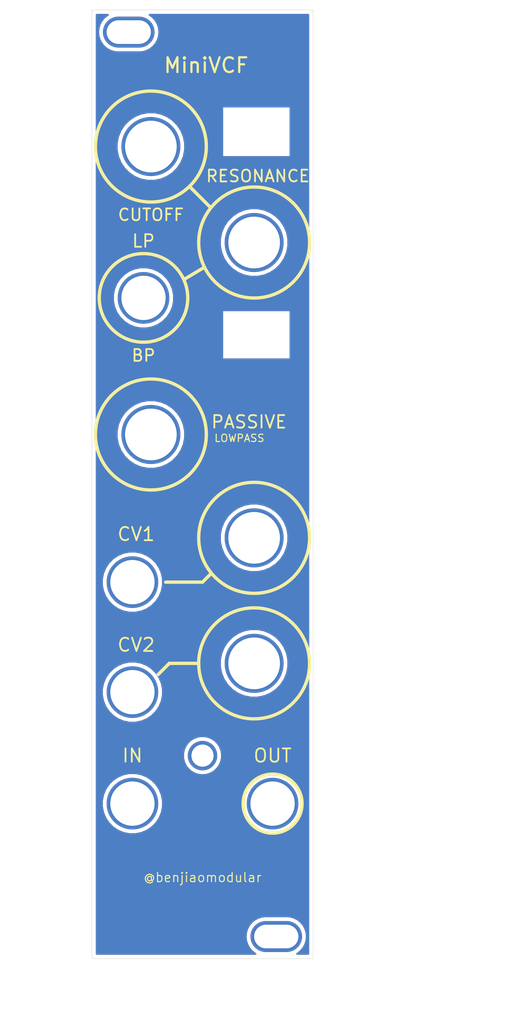
<source format=kicad_pcb>
(kicad_pcb (version 20171130) (host pcbnew 5.1.9+dfsg1-1~bpo10+1)

  (general
    (thickness 1.6)
    (drawings 146)
    (tracks 1)
    (zones 0)
    (modules 11)
    (nets 1)
  )

  (page A4)
  (layers
    (0 F.Cu signal)
    (31 B.Cu signal)
    (32 B.Adhes user)
    (33 F.Adhes user)
    (34 B.Paste user)
    (35 F.Paste user)
    (36 B.SilkS user)
    (37 F.SilkS user)
    (38 B.Mask user)
    (39 F.Mask user)
    (40 Dwgs.User user)
    (41 Cmts.User user)
    (42 Eco1.User user)
    (43 Eco2.User user)
    (44 Edge.Cuts user)
    (45 Margin user)
    (46 B.CrtYd user)
    (47 F.CrtYd user)
    (48 B.Fab user)
    (49 F.Fab user)
  )

  (setup
    (last_trace_width 0.25)
    (user_trace_width 0.45)
    (user_trace_width 0.65)
    (trace_clearance 0.2)
    (zone_clearance 0.508)
    (zone_45_only no)
    (trace_min 0.2)
    (via_size 0.8)
    (via_drill 0.4)
    (via_min_size 0.4)
    (via_min_drill 0.3)
    (uvia_size 0.3)
    (uvia_drill 0.1)
    (uvias_allowed no)
    (uvia_min_size 0.2)
    (uvia_min_drill 0.1)
    (edge_width 0.05)
    (segment_width 0.2)
    (pcb_text_width 0.3)
    (pcb_text_size 1.5 1.5)
    (mod_edge_width 0.12)
    (mod_text_size 1 1)
    (mod_text_width 0.15)
    (pad_size 1.524 1.524)
    (pad_drill 0.762)
    (pad_to_mask_clearance 0)
    (aux_axis_origin 0 0)
    (visible_elements FFFFFF7F)
    (pcbplotparams
      (layerselection 0x010fc_ffffffff)
      (usegerberextensions false)
      (usegerberattributes true)
      (usegerberadvancedattributes true)
      (creategerberjobfile true)
      (excludeedgelayer true)
      (linewidth 0.100000)
      (plotframeref false)
      (viasonmask false)
      (mode 1)
      (useauxorigin false)
      (hpglpennumber 1)
      (hpglpenspeed 20)
      (hpglpendiameter 15.000000)
      (psnegative false)
      (psa4output false)
      (plotreference true)
      (plotvalue true)
      (plotinvisibletext false)
      (padsonsilk false)
      (subtractmaskfromsilk false)
      (outputformat 1)
      (mirror false)
      (drillshape 0)
      (scaleselection 1)
      (outputdirectory "../MiniVCF v1.1/MiniVCF v1.1- Front/"))
  )

  (net 0 "")

  (net_class Default "This is the default net class."
    (clearance 0.2)
    (trace_width 0.25)
    (via_dia 0.8)
    (via_drill 0.4)
    (uvia_dia 0.3)
    (uvia_drill 0.1)
  )

  (module benjiaomodular:Panel_6HP (layer F.Cu) (tedit 61FE19F2) (tstamp 6203C4AD)
    (at 40 40)
    (fp_text reference REF** (at 0 1.5) (layer F.Fab)
      (effects (font (size 1 1) (thickness 0.15)))
    )
    (fp_text value Panel_6HP (at 0 -0.5) (layer F.Fab)
      (effects (font (size 1 1) (thickness 0.15)))
    )
    (fp_line (start 0 128.5) (end 0 0) (layer Dwgs.User) (width 0.12))
    (fp_line (start 30 128.5) (end 0 128.5) (layer Dwgs.User) (width 0.12))
    (fp_line (start 30 0) (end 30 128.5) (layer Dwgs.User) (width 0.12))
    (fp_line (start 0 0) (end 30 0) (layer Dwgs.User) (width 0.12))
    (fp_line (start 0 3) (end 30 3) (layer Dwgs.User) (width 0.12))
    (fp_line (start 0 125.5) (end 30 125.5) (layer Dwgs.User) (width 0.12))
    (fp_line (start 0 13) (end 30 13) (layer Dwgs.User) (width 0.12))
    (fp_line (start 0 115.5) (end 30 115.5) (layer Dwgs.User) (width 0.12))
    (fp_text user "Clearance for 2020 Aluminum Extrusion" (at 15 11.5) (layer Dwgs.User)
      (effects (font (size 0.8 0.8) (thickness 0.12)))
    )
    (pad "" thru_hole oval (at 25 125.5) (size 7 4.2) (drill oval 6 3.2) (layers *.Cu *.Mask))
    (pad "" thru_hole oval (at 5 3) (size 7 4.2) (drill oval 6 3.2) (layers *.Cu *.Mask))
  )

  (module benjiaomodular:PanelHole_ToggleSwitch_MTS-101 (layer F.Cu) (tedit 61FE19CA) (tstamp 62014D1A)
    (at 47 79 180)
    (fp_text reference REF** (at -2 -7.5) (layer F.Fab) hide
      (effects (font (size 1 1) (thickness 0.15)))
    )
    (fp_text value PanelHole_ToggleSwitch_MTS-101 (at 0 7.8) (layer F.Fab) hide
      (effects (font (size 1 1) (thickness 0.15)))
    )
    (fp_line (start 3.95 6.6) (end -3.95 6.6) (layer F.Fab) (width 0.12))
    (fp_line (start 3.95 -6.6) (end 3.95 6.6) (layer F.Fab) (width 0.12))
    (fp_line (start 3.95 -6.6) (end -3.95 -6.6) (layer F.Fab) (width 0.12))
    (fp_line (start -3.95 -6.6) (end -3.95 6.6) (layer F.Fab) (width 0.12))
    (pad "" thru_hole circle (at 0 0 90) (size 7 7) (drill 6) (layers *.Cu *.Mask))
  )

  (module benjiaomodular:PanelHole_Potentiometer_RV09 (layer F.Cu) (tedit 61FE199B) (tstamp 62014864)
    (at 45.5 105 90)
    (fp_text reference REF** (at 7.5 -6 90) (layer F.SilkS) hide
      (effects (font (size 1 1) (thickness 0.15)))
    )
    (fp_text value PanelHole_Potentiometer_RV09 (at 7.5 11 90) (layer F.Fab) hide
      (effects (font (size 1 1) (thickness 0.15)))
    )
    (fp_line (start 1 7.25) (end 1 -2.25) (layer F.Fab) (width 0.1))
    (fp_line (start -1.15 8.91) (end 12.6 8.91) (layer F.CrtYd) (width 0.05))
    (fp_line (start 12.6 -3.91) (end -1.15 -3.91) (layer F.CrtYd) (width 0.05))
    (fp_circle (center 7.5 2.5) (end 7.5 -1) (layer F.Fab) (width 0.1))
    (fp_line (start 1 -2.25) (end 12.35 -2.25) (layer F.Fab) (width 0.1))
    (fp_line (start 1 7.25) (end 12.35 7.25) (layer F.Fab) (width 0.1))
    (fp_line (start 12.6 8.91) (end 12.6 -3.91) (layer F.CrtYd) (width 0.05))
    (fp_line (start 12.35 7.25) (end 12.35 -2.25) (layer F.Fab) (width 0.1))
    (fp_line (start -1.15 -3.91) (end -1.15 8.91) (layer F.CrtYd) (width 0.05))
    (fp_circle (center 7.5 2.5) (end 15 2.5) (layer F.Fab) (width 0.12))
    (fp_line (start 0 -0.5) (end 0 0.5) (layer Dwgs.User) (width 0.12))
    (fp_line (start -0.5 0) (end 0.5 0) (layer Dwgs.User) (width 0.12))
    (fp_text user %R (at 7.62 2.54 90) (layer F.Fab)
      (effects (font (size 1 1) (thickness 0.15)))
    )
    (pad "" thru_hole circle (at 7.5 2.5 180) (size 8 8) (drill 7) (layers *.Cu *.Mask))
  )

  (module benjiaomodular:PanelHole_Potentiometer_RV09 (layer F.Cu) (tedit 61FE199B) (tstamp 62013F36)
    (at 59.5 79 90)
    (fp_text reference REF** (at 7.5 -6 90) (layer F.SilkS) hide
      (effects (font (size 1 1) (thickness 0.15)))
    )
    (fp_text value PanelHole_Potentiometer_RV09 (at 7.5 11 90) (layer F.Fab) hide
      (effects (font (size 1 1) (thickness 0.15)))
    )
    (fp_line (start -0.5 0) (end 0.5 0) (layer Dwgs.User) (width 0.12))
    (fp_line (start 0 -0.5) (end 0 0.5) (layer Dwgs.User) (width 0.12))
    (fp_circle (center 7.5 2.5) (end 15 2.5) (layer F.Fab) (width 0.12))
    (fp_line (start -1.15 -3.91) (end -1.15 8.91) (layer F.CrtYd) (width 0.05))
    (fp_line (start 12.35 7.25) (end 12.35 -2.25) (layer F.Fab) (width 0.1))
    (fp_line (start 12.6 8.91) (end 12.6 -3.91) (layer F.CrtYd) (width 0.05))
    (fp_line (start 1 7.25) (end 12.35 7.25) (layer F.Fab) (width 0.1))
    (fp_line (start 1 -2.25) (end 12.35 -2.25) (layer F.Fab) (width 0.1))
    (fp_circle (center 7.5 2.5) (end 7.5 -1) (layer F.Fab) (width 0.1))
    (fp_line (start 12.6 -3.91) (end -1.15 -3.91) (layer F.CrtYd) (width 0.05))
    (fp_line (start -1.15 8.91) (end 12.6 8.91) (layer F.CrtYd) (width 0.05))
    (fp_line (start 1 7.25) (end 1 -2.25) (layer F.Fab) (width 0.1))
    (fp_text user %R (at 7.62 2.54 90) (layer F.Fab)
      (effects (font (size 1 1) (thickness 0.15)))
    )
    (pad "" thru_hole circle (at 7.5 2.5 180) (size 8 8) (drill 7) (layers *.Cu *.Mask))
  )

  (module benjiaomodular:PanelHole_Potentiometer_RV09 (layer F.Cu) (tedit 61FE199B) (tstamp 6200A5BB)
    (at 45.5 66 90)
    (fp_text reference REF** (at 7.5 -6 90) (layer F.SilkS) hide
      (effects (font (size 1 1) (thickness 0.15)))
    )
    (fp_text value PanelHole_Potentiometer_RV09 (at 7.5 11 90) (layer F.Fab) hide
      (effects (font (size 1 1) (thickness 0.15)))
    )
    (fp_line (start 1 7.25) (end 1 -2.25) (layer F.Fab) (width 0.1))
    (fp_line (start -1.15 8.91) (end 12.6 8.91) (layer F.CrtYd) (width 0.05))
    (fp_line (start 12.6 -3.91) (end -1.15 -3.91) (layer F.CrtYd) (width 0.05))
    (fp_circle (center 7.5 2.5) (end 7.5 -1) (layer F.Fab) (width 0.1))
    (fp_line (start 1 -2.25) (end 12.35 -2.25) (layer F.Fab) (width 0.1))
    (fp_line (start 1 7.25) (end 12.35 7.25) (layer F.Fab) (width 0.1))
    (fp_line (start 12.6 8.91) (end 12.6 -3.91) (layer F.CrtYd) (width 0.05))
    (fp_line (start 12.35 7.25) (end 12.35 -2.25) (layer F.Fab) (width 0.1))
    (fp_line (start -1.15 -3.91) (end -1.15 8.91) (layer F.CrtYd) (width 0.05))
    (fp_circle (center 7.5 2.5) (end 15 2.5) (layer F.Fab) (width 0.12))
    (fp_line (start 0 -0.5) (end 0 0.5) (layer Dwgs.User) (width 0.12))
    (fp_line (start -0.5 0) (end 0.5 0) (layer Dwgs.User) (width 0.12))
    (fp_text user %R (at 7.62 2.54 90) (layer F.Fab)
      (effects (font (size 1 1) (thickness 0.15)))
    )
    (pad "" thru_hole circle (at 7.5 2.5 180) (size 8 8) (drill 7) (layers *.Cu *.Mask))
  )

  (module benjiaomodular:PanelHole_Potentiometer_RV09 (layer F.Cu) (tedit 61FE199B) (tstamp 620110D1)
    (at 59.5 119 90)
    (fp_text reference REF** (at 7.5 -6 90) (layer F.SilkS) hide
      (effects (font (size 1 1) (thickness 0.15)))
    )
    (fp_text value PanelHole_Potentiometer_RV09 (at 7.5 11 90) (layer F.Fab) hide
      (effects (font (size 1 1) (thickness 0.15)))
    )
    (fp_line (start -0.5 0) (end 0.5 0) (layer Dwgs.User) (width 0.12))
    (fp_line (start 0 -0.5) (end 0 0.5) (layer Dwgs.User) (width 0.12))
    (fp_circle (center 7.5 2.5) (end 15 2.5) (layer F.Fab) (width 0.12))
    (fp_line (start -1.15 -3.91) (end -1.15 8.91) (layer F.CrtYd) (width 0.05))
    (fp_line (start 12.35 7.25) (end 12.35 -2.25) (layer F.Fab) (width 0.1))
    (fp_line (start 12.6 8.91) (end 12.6 -3.91) (layer F.CrtYd) (width 0.05))
    (fp_line (start 1 7.25) (end 12.35 7.25) (layer F.Fab) (width 0.1))
    (fp_line (start 1 -2.25) (end 12.35 -2.25) (layer F.Fab) (width 0.1))
    (fp_circle (center 7.5 2.5) (end 7.5 -1) (layer F.Fab) (width 0.1))
    (fp_line (start 12.6 -3.91) (end -1.15 -3.91) (layer F.CrtYd) (width 0.05))
    (fp_line (start -1.15 8.91) (end 12.6 8.91) (layer F.CrtYd) (width 0.05))
    (fp_line (start 1 7.25) (end 1 -2.25) (layer F.Fab) (width 0.1))
    (fp_text user %R (at 7.62 2.54 90) (layer F.Fab)
      (effects (font (size 1 1) (thickness 0.15)))
    )
    (pad "" thru_hole circle (at 7.5 2.5 180) (size 8 8) (drill 7) (layers *.Cu *.Mask))
  )

  (module benjiaomodular:PanelHole_Potentiometer_RV09 (layer F.Cu) (tedit 61FE199B) (tstamp 62011059)
    (at 59.5 136 90)
    (fp_text reference REF** (at 7.5 -6 90) (layer F.SilkS) hide
      (effects (font (size 1 1) (thickness 0.15)))
    )
    (fp_text value PanelHole_Potentiometer_RV09 (at 7.5 11 90) (layer F.Fab) hide
      (effects (font (size 1 1) (thickness 0.15)))
    )
    (fp_line (start -0.5 0) (end 0.5 0) (layer Dwgs.User) (width 0.12))
    (fp_line (start 0 -0.5) (end 0 0.5) (layer Dwgs.User) (width 0.12))
    (fp_circle (center 7.5 2.5) (end 15 2.5) (layer F.Fab) (width 0.12))
    (fp_line (start -1.15 -3.91) (end -1.15 8.91) (layer F.CrtYd) (width 0.05))
    (fp_line (start 12.35 7.25) (end 12.35 -2.25) (layer F.Fab) (width 0.1))
    (fp_line (start 12.6 8.91) (end 12.6 -3.91) (layer F.CrtYd) (width 0.05))
    (fp_line (start 1 7.25) (end 12.35 7.25) (layer F.Fab) (width 0.1))
    (fp_line (start 1 -2.25) (end 12.35 -2.25) (layer F.Fab) (width 0.1))
    (fp_circle (center 7.5 2.5) (end 7.5 -1) (layer F.Fab) (width 0.1))
    (fp_line (start 12.6 -3.91) (end -1.15 -3.91) (layer F.CrtYd) (width 0.05))
    (fp_line (start -1.15 8.91) (end 12.6 8.91) (layer F.CrtYd) (width 0.05))
    (fp_line (start 1 7.25) (end 1 -2.25) (layer F.Fab) (width 0.1))
    (fp_text user %R (at 7.62 2.54 90) (layer F.Fab)
      (effects (font (size 1 1) (thickness 0.15)))
    )
    (pad "" thru_hole circle (at 7.5 2.5 180) (size 8 8) (drill 7) (layers *.Cu *.Mask))
  )

  (module benjiaomodular:PanelHole_AudioJack_3.5mm (layer F.Cu) (tedit 61D861E6) (tstamp 620107F4)
    (at 45.5 111)
    (fp_text reference REF** (at 0 0.5) (layer F.Fab) hide
      (effects (font (size 1 1) (thickness 0.15)))
    )
    (fp_text value PanelHole_AudioJack_3.5mm (at 0 14) (layer F.Fab) hide
      (effects (font (size 1 1) (thickness 0.15)))
    )
    (fp_line (start -4.5 12.48) (end -4.5 2.08) (layer F.Fab) (width 0.1))
    (fp_line (start 4.5 12.48) (end -4.5 12.48) (layer F.Fab) (width 0.1))
    (fp_line (start 5 12.98) (end -5 12.98) (layer F.CrtYd) (width 0.05))
    (fp_line (start 0 0) (end 0 2.03) (layer F.Fab) (width 0.1))
    (fp_line (start 5 -1.42) (end -5 -1.42) (layer F.CrtYd) (width 0.05))
    (fp_line (start 4.5 2.03) (end -4.5 2.03) (layer F.Fab) (width 0.1))
    (fp_line (start -5 12.98) (end -5 -1.42) (layer F.CrtYd) (width 0.05))
    (fp_line (start 4.5 12.48) (end 4.5 2.08) (layer F.Fab) (width 0.1))
    (fp_line (start 5 12.98) (end 5 -1.42) (layer F.CrtYd) (width 0.05))
    (fp_circle (center 0 6.5) (end 4 6.5) (layer F.Fab) (width 0.12))
    (pad "" thru_hole circle (at 0 6.5 180) (size 7 7) (drill 6) (layers *.Cu *.Mask))
  )

  (module benjiaomodular:PanelHole_AudioJack_3.5mm (layer F.Cu) (tedit 61D861E6) (tstamp 6201078C)
    (at 45.5 125.9)
    (fp_text reference REF** (at 0 0.5) (layer F.Fab) hide
      (effects (font (size 1 1) (thickness 0.15)))
    )
    (fp_text value PanelHole_AudioJack_3.5mm (at 0 14) (layer F.Fab) hide
      (effects (font (size 1 1) (thickness 0.15)))
    )
    (fp_circle (center 0 6.5) (end 4 6.5) (layer F.Fab) (width 0.12))
    (fp_line (start 5 12.98) (end 5 -1.42) (layer F.CrtYd) (width 0.05))
    (fp_line (start 4.5 12.48) (end 4.5 2.08) (layer F.Fab) (width 0.1))
    (fp_line (start -5 12.98) (end -5 -1.42) (layer F.CrtYd) (width 0.05))
    (fp_line (start 4.5 2.03) (end -4.5 2.03) (layer F.Fab) (width 0.1))
    (fp_line (start 5 -1.42) (end -5 -1.42) (layer F.CrtYd) (width 0.05))
    (fp_line (start 0 0) (end 0 2.03) (layer F.Fab) (width 0.1))
    (fp_line (start 5 12.98) (end -5 12.98) (layer F.CrtYd) (width 0.05))
    (fp_line (start 4.5 12.48) (end -4.5 12.48) (layer F.Fab) (width 0.1))
    (fp_line (start -4.5 12.48) (end -4.5 2.08) (layer F.Fab) (width 0.1))
    (pad "" thru_hole circle (at 0 6.5 180) (size 7 7) (drill 6) (layers *.Cu *.Mask))
  )

  (module benjiaomodular:PanelHole_AudioJack_3.5mm (layer F.Cu) (tedit 61D861E6) (tstamp 62010705)
    (at 45.5 141)
    (fp_text reference REF** (at 0 0.5) (layer F.Fab) hide
      (effects (font (size 1 1) (thickness 0.15)))
    )
    (fp_text value PanelHole_AudioJack_3.5mm (at 0 14) (layer F.Fab) hide
      (effects (font (size 1 1) (thickness 0.15)))
    )
    (fp_line (start -4.5 12.48) (end -4.5 2.08) (layer F.Fab) (width 0.1))
    (fp_line (start 4.5 12.48) (end -4.5 12.48) (layer F.Fab) (width 0.1))
    (fp_line (start 5 12.98) (end -5 12.98) (layer F.CrtYd) (width 0.05))
    (fp_line (start 0 0) (end 0 2.03) (layer F.Fab) (width 0.1))
    (fp_line (start 5 -1.42) (end -5 -1.42) (layer F.CrtYd) (width 0.05))
    (fp_line (start 4.5 2.03) (end -4.5 2.03) (layer F.Fab) (width 0.1))
    (fp_line (start -5 12.98) (end -5 -1.42) (layer F.CrtYd) (width 0.05))
    (fp_line (start 4.5 12.48) (end 4.5 2.08) (layer F.Fab) (width 0.1))
    (fp_line (start 5 12.98) (end 5 -1.42) (layer F.CrtYd) (width 0.05))
    (fp_circle (center 0 6.5) (end 4 6.5) (layer F.Fab) (width 0.12))
    (pad "" thru_hole circle (at 0 6.5 180) (size 7 7) (drill 6) (layers *.Cu *.Mask))
  )

  (module benjiaomodular:PanelHole_AudioJack_3.5mm (layer F.Cu) (tedit 61D861E6) (tstamp 62010633)
    (at 64.5 141)
    (fp_text reference REF** (at 0 0.5) (layer F.Fab) hide
      (effects (font (size 1 1) (thickness 0.15)))
    )
    (fp_text value PanelHole_AudioJack_3.5mm (at 0 14) (layer F.Fab) hide
      (effects (font (size 1 1) (thickness 0.15)))
    )
    (fp_circle (center 0 6.5) (end 4 6.5) (layer F.Fab) (width 0.12))
    (fp_line (start 5 12.98) (end 5 -1.42) (layer F.CrtYd) (width 0.05))
    (fp_line (start 4.5 12.48) (end 4.5 2.08) (layer F.Fab) (width 0.1))
    (fp_line (start -5 12.98) (end -5 -1.42) (layer F.CrtYd) (width 0.05))
    (fp_line (start 4.5 2.03) (end -4.5 2.03) (layer F.Fab) (width 0.1))
    (fp_line (start 5 -1.42) (end -5 -1.42) (layer F.CrtYd) (width 0.05))
    (fp_line (start 0 0) (end 0 2.03) (layer F.Fab) (width 0.1))
    (fp_line (start 5 12.98) (end -5 12.98) (layer F.CrtYd) (width 0.05))
    (fp_line (start 4.5 12.48) (end -4.5 12.48) (layer F.Fab) (width 0.1))
    (fp_line (start -4.5 12.48) (end -4.5 2.08) (layer F.Fab) (width 0.1))
    (pad "" thru_hole circle (at 0 6.5 180) (size 7 7) (drill 6) (layers *.Cu *.Mask))
  )

  (dimension 14.500014 (width 0.15) (layer Dwgs.User)
    (gr_text "14.500 mm" (at 31.20845 148.173032 89.92097139) (layer Dwgs.User)
      (effects (font (size 1 1) (thickness 0.15)))
    )
    (feature1 (pts (xy 87 155.5) (xy 31.912029 155.424017)))
    (feature2 (pts (xy 87.02 141) (xy 31.932029 140.924017)))
    (crossbar (pts (xy 32.518449 140.924825) (xy 32.498449 155.424825)))
    (arrow1a (pts (xy 32.498449 155.424825) (xy 31.913583 154.297513)))
    (arrow1b (pts (xy 32.498449 155.424825) (xy 33.086423 154.299131)))
    (arrow2a (pts (xy 32.518449 140.924825) (xy 31.930475 142.050519)))
    (arrow2b (pts (xy 32.518449 140.924825) (xy 33.103315 142.052137)))
  )
  (dimension 15 (width 0.15) (layer Dwgs.User)
    (gr_text "15.000 mm" (at 47.5 172.5) (layer Dwgs.User)
      (effects (font (size 1 1) (thickness 0.15)))
    )
    (feature1 (pts (xy 40 141) (xy 40 171.786421)))
    (feature2 (pts (xy 55 141) (xy 55 171.786421)))
    (crossbar (pts (xy 55 171.2) (xy 40 171.2)))
    (arrow1a (pts (xy 40 171.2) (xy 41.126504 170.613579)))
    (arrow1b (pts (xy 40 171.2) (xy 41.126504 171.786421)))
    (arrow2a (pts (xy 55 171.2) (xy 53.873496 170.613579)))
    (arrow2b (pts (xy 55 171.2) (xy 53.873496 171.786421)))
  )
  (dimension 5.5 (width 0.15) (layer Dwgs.User)
    (gr_text "5.500 mm" (at 67.25 158) (layer Dwgs.User)
      (effects (font (size 1 1) (thickness 0.15)))
    )
    (feature1 (pts (xy 70 147.5) (xy 70 157.286421)))
    (feature2 (pts (xy 64.5 147.5) (xy 64.5 157.286421)))
    (crossbar (pts (xy 64.5 156.7) (xy 70 156.7)))
    (arrow1a (pts (xy 70 156.7) (xy 68.873496 157.286421)))
    (arrow1b (pts (xy 70 156.7) (xy 68.873496 156.113579)))
    (arrow2a (pts (xy 64.5 156.7) (xy 65.626504 157.286421)))
    (arrow2b (pts (xy 64.5 156.7) (xy 65.626504 156.113579)))
  )
  (dimension 10.5 (width 0.15) (layer Dwgs.User)
    (gr_text "10.500 mm" (at 64.75 138.1) (layer Dwgs.User)
      (effects (font (size 1 1) (thickness 0.15)))
    )
    (feature1 (pts (xy 70 119) (xy 70 137.386421)))
    (feature2 (pts (xy 59.5 119) (xy 59.5 137.386421)))
    (crossbar (pts (xy 59.5 136.8) (xy 70 136.8)))
    (arrow1a (pts (xy 70 136.8) (xy 68.873496 137.386421)))
    (arrow1b (pts (xy 70 136.8) (xy 68.873496 136.213579)))
    (arrow2a (pts (xy 59.5 136.8) (xy 60.626504 137.386421)))
    (arrow2b (pts (xy 59.5 136.8) (xy 60.626504 136.213579)))
  )
  (dimension 7 (width 0.15) (layer Dwgs.User)
    (gr_text "7.000 mm" (at 43.5 87.8) (layer Dwgs.User)
      (effects (font (size 1 1) (thickness 0.15)))
    )
    (feature1 (pts (xy 47 79) (xy 47 87.086421)))
    (feature2 (pts (xy 40 79) (xy 40 87.086421)))
    (crossbar (pts (xy 40 86.5) (xy 47 86.5)))
    (arrow1a (pts (xy 47 86.5) (xy 45.873496 87.086421)))
    (arrow1b (pts (xy 47 86.5) (xy 45.873496 85.913579)))
    (arrow2a (pts (xy 40 86.5) (xy 41.126504 87.086421)))
    (arrow2b (pts (xy 40 86.5) (xy 41.126504 85.913579)))
  )
  (dimension 5.5 (width 0.15) (layer Dwgs.User)
    (gr_text "5.500 mm" (at 74.75 163.8) (layer Dwgs.User)
      (effects (font (size 1 1) (thickness 0.15)))
    )
    (feature1 (pts (xy 72 66) (xy 72 163.086421)))
    (feature2 (pts (xy 77.5 66) (xy 77.5 163.086421)))
    (crossbar (pts (xy 77.5 162.5) (xy 72 162.5)))
    (arrow1a (pts (xy 72 162.5) (xy 73.126504 161.913579)))
    (arrow1b (pts (xy 72 162.5) (xy 73.126504 163.086421)))
    (arrow2a (pts (xy 77.5 162.5) (xy 76.373496 161.913579)))
    (arrow2b (pts (xy 77.5 162.5) (xy 76.373496 163.086421)))
  )
  (dimension 5.5 (width 0.15) (layer Dwgs.User)
    (gr_text "5.500 mm" (at 42.75 178) (layer Dwgs.User)
      (effects (font (size 1 1) (thickness 0.15)))
    )
    (feature1 (pts (xy 40 66) (xy 40 177.286421)))
    (feature2 (pts (xy 45.5 66) (xy 45.5 177.286421)))
    (crossbar (pts (xy 45.5 176.7) (xy 40 176.7)))
    (arrow1a (pts (xy 40 176.7) (xy 41.126504 176.113579)))
    (arrow1b (pts (xy 40 176.7) (xy 41.126504 177.286421)))
    (arrow2a (pts (xy 45.5 176.7) (xy 44.373496 176.113579)))
    (arrow2b (pts (xy 45.5 176.7) (xy 44.373496 177.286421)))
  )
  (gr_line (start 45.5 117.5) (end 78 117.48) (layer Dwgs.User) (width 0.15))
  (gr_line (start 45.5 132.5) (end 78 132.48) (layer Dwgs.User) (width 0.15))
  (gr_line (start 45.5 147.5) (end 96.5 147.48) (layer Dwgs.User) (width 0.15))
  (gr_line (start 59.5 136) (end 91 136) (layer Dwgs.User) (width 0.15))
  (gr_line (start 59.5 119) (end 91 119) (layer Dwgs.User) (width 0.15))
  (gr_line (start 45.5 105) (end 77.5 105) (layer Dwgs.User) (width 0.15))
  (gr_line (start 47 79) (end 91 79) (layer Dwgs.User) (width 0.15))
  (gr_line (start 45.5 66) (end 78 66) (layer Dwgs.User) (width 0.15))
  (gr_circle (center 47 79) (end 53.5 79) (layer Dwgs.User) (width 0.15))
  (gr_circle (center 64.5 147.5) (end 68.5 147.5) (layer F.SilkS) (width 0.45))
  (gr_line (start 53.34 64.008) (end 56.134 66.802) (layer F.SilkS) (width 0.45))
  (gr_line (start 55.118 74.93) (end 52.578 76.454) (layer F.SilkS) (width 0.45))
  (gr_text LOWPASS (at 60 98) (layer F.SilkS)
    (effects (font (size 1 1) (thickness 0.15)))
  )
  (gr_text PASSIVE (at 61.3 95.8) (layer F.SilkS)
    (effects (font (size 1.7 1.7) (thickness 0.24)))
  )
  (gr_line (start 66.5 87) (end 58 87) (layer B.Mask) (width 0.15))
  (gr_line (start 66.5 86.5) (end 66.5 87) (layer B.Mask) (width 0.15))
  (gr_line (start 58 86.5) (end 66.5 86.5) (layer B.Mask) (width 0.15))
  (gr_line (start 58 86) (end 58 86.5) (layer B.Mask) (width 0.15))
  (gr_line (start 66.5 86) (end 58 86) (layer B.Mask) (width 0.15))
  (gr_line (start 66.5 85.5) (end 66.5 86) (layer B.Mask) (width 0.15))
  (gr_line (start 58 85.5) (end 66.5 85.5) (layer B.Mask) (width 0.15))
  (gr_line (start 58 85) (end 58 85.5) (layer B.Mask) (width 0.15))
  (gr_line (start 66.5 85) (end 58 85) (layer B.Mask) (width 0.15))
  (gr_line (start 66.5 84.5) (end 66.5 85) (layer B.Mask) (width 0.15))
  (gr_line (start 58 84.5) (end 66.5 84.5) (layer B.Mask) (width 0.15))
  (gr_line (start 58 84) (end 58 84.5) (layer B.Mask) (width 0.15))
  (gr_line (start 66.5 84) (end 58 84) (layer B.Mask) (width 0.15))
  (gr_line (start 66.5 83.5) (end 66.5 84) (layer B.Mask) (width 0.15))
  (gr_line (start 58 83.5) (end 66.5 83.5) (layer B.Mask) (width 0.15))
  (gr_line (start 58 83) (end 58 83.5) (layer B.Mask) (width 0.15))
  (gr_line (start 66.5 83) (end 58 83) (layer B.Mask) (width 0.15))
  (gr_line (start 66.5 82.5) (end 66.5 83) (layer B.Mask) (width 0.15))
  (gr_line (start 58 82.5) (end 66.5 82.5) (layer B.Mask) (width 0.15))
  (gr_line (start 58 82) (end 58 82.5) (layer B.Mask) (width 0.15))
  (gr_line (start 66.5 82) (end 58 82) (layer B.Mask) (width 0.15))
  (gr_line (start 66.5 81.5) (end 66.5 82) (layer B.Mask) (width 0.15))
  (gr_line (start 58 81.5) (end 66.5 81.5) (layer B.Mask) (width 0.15))
  (gr_line (start 58 81) (end 58 81.5) (layer B.Mask) (width 0.15))
  (gr_line (start 66.5 81) (end 58 81) (layer B.Mask) (width 0.15))
  (gr_line (start 66.5 59.5) (end 58 59.5) (layer B.Mask) (width 0.15))
  (gr_line (start 66.5 59) (end 66.5 59.5) (layer B.Mask) (width 0.15))
  (gr_line (start 58 59) (end 66.5 59) (layer B.Mask) (width 0.15))
  (gr_line (start 58 58.5) (end 58 59) (layer B.Mask) (width 0.15))
  (gr_line (start 66.5 58.5) (end 58 58.5) (layer B.Mask) (width 0.15))
  (gr_line (start 66.5 58) (end 66.5 58.5) (layer B.Mask) (width 0.15))
  (gr_line (start 58 58) (end 66.5 58) (layer B.Mask) (width 0.15))
  (gr_line (start 58 57.5) (end 58 58) (layer B.Mask) (width 0.15))
  (gr_line (start 66.5 57.5) (end 58 57.5) (layer B.Mask) (width 0.15))
  (gr_line (start 66.5 57) (end 66.5 57.5) (layer B.Mask) (width 0.15))
  (gr_line (start 58 57) (end 66.5 57) (layer B.Mask) (width 0.15))
  (gr_line (start 58 56.5) (end 58 57) (layer B.Mask) (width 0.15))
  (gr_line (start 66.5 56.5) (end 58 56.5) (layer B.Mask) (width 0.15))
  (gr_line (start 66.5 56) (end 66.5 56.5) (layer B.Mask) (width 0.15))
  (gr_line (start 58 56) (end 66.5 56) (layer B.Mask) (width 0.15))
  (gr_line (start 58 55.5) (end 58 56) (layer B.Mask) (width 0.15))
  (gr_line (start 66.5 55.5) (end 58 55.5) (layer B.Mask) (width 0.15))
  (gr_line (start 66.5 55) (end 66.5 55.5) (layer B.Mask) (width 0.15))
  (gr_line (start 58 55) (end 66.5 55) (layer B.Mask) (width 0.15))
  (gr_line (start 58 54.5) (end 58 55) (layer B.Mask) (width 0.15))
  (gr_line (start 66.5 54.5) (end 58 54.5) (layer B.Mask) (width 0.15))
  (gr_line (start 66.5 54) (end 66.5 54.5) (layer B.Mask) (width 0.15))
  (gr_line (start 58 54) (end 66.5 54) (layer B.Mask) (width 0.15))
  (gr_line (start 58 53.5) (end 58 54) (layer B.Mask) (width 0.15))
  (gr_line (start 66.5 53.5) (end 58 53.5) (layer B.Mask) (width 0.15))
  (gr_text @benjiaomodular (at 55 157.5) (layer F.SilkS)
    (effects (font (size 1.25 1.25) (thickness 0.15)))
  )
  (gr_line (start 66.5 86.5) (end 58 86.5) (layer F.Mask) (width 0.15) (tstamp 6201D83D))
  (gr_line (start 66.5 85.5) (end 58 85.5) (layer F.Mask) (width 0.15) (tstamp 6201D83C))
  (gr_line (start 58 84.5) (end 58 84) (layer F.Mask) (width 0.15) (tstamp 6201D83B))
  (gr_line (start 66.5 86) (end 66.5 85.5) (layer F.Mask) (width 0.15) (tstamp 6201D83A))
  (gr_line (start 58 85.5) (end 58 85) (layer F.Mask) (width 0.15) (tstamp 6201D839))
  (gr_line (start 58 85) (end 66.5 85) (layer F.Mask) (width 0.15) (tstamp 6201D838))
  (gr_line (start 66.5 84) (end 66.5 83.5) (layer F.Mask) (width 0.15) (tstamp 6201D837))
  (gr_line (start 66.5 84.5) (end 58 84.5) (layer F.Mask) (width 0.15) (tstamp 6201D836))
  (gr_line (start 66.5 82) (end 66.5 81.5) (layer F.Mask) (width 0.15) (tstamp 6201D835))
  (gr_line (start 58 86) (end 66.5 86) (layer F.Mask) (width 0.15) (tstamp 6201D834))
  (gr_line (start 66.5 87) (end 66.5 86.5) (layer F.Mask) (width 0.15) (tstamp 6201D833))
  (gr_line (start 58 81.5) (end 58 81) (layer F.Mask) (width 0.15) (tstamp 6201D832))
  (gr_line (start 58 82) (end 66.5 82) (layer F.Mask) (width 0.15) (tstamp 6201D831))
  (gr_line (start 58 84) (end 66.5 84) (layer F.Mask) (width 0.15) (tstamp 6201D830))
  (gr_line (start 58 83) (end 66.5 83) (layer F.Mask) (width 0.15) (tstamp 6201D82F))
  (gr_line (start 58 83.5) (end 58 83) (layer F.Mask) (width 0.15) (tstamp 6201D82E))
  (gr_line (start 58 81) (end 66.5 81) (layer F.Mask) (width 0.15) (tstamp 6201D82D))
  (gr_line (start 58 82.5) (end 58 82) (layer F.Mask) (width 0.15) (tstamp 6201D82C))
  (gr_line (start 66.5 82.5) (end 58 82.5) (layer F.Mask) (width 0.15) (tstamp 6201D82B))
  (gr_line (start 66.5 83) (end 66.5 82.5) (layer F.Mask) (width 0.15) (tstamp 6201D82A))
  (gr_line (start 66.5 85) (end 66.5 84.5) (layer F.Mask) (width 0.15) (tstamp 6201D829))
  (gr_line (start 66.5 81.5) (end 58 81.5) (layer F.Mask) (width 0.15) (tstamp 6201D828))
  (gr_line (start 66.5 83.5) (end 58 83.5) (layer F.Mask) (width 0.15) (tstamp 6201D827))
  (gr_line (start 58 87) (end 66.5 87) (layer F.Mask) (width 0.15) (tstamp 6201D826))
  (gr_line (start 58 86.5) (end 58 86) (layer F.Mask) (width 0.15) (tstamp 6201D825))
  (gr_line (start 58 53.5) (end 66.5 53.5) (layer F.Mask) (width 0.15))
  (gr_line (start 58 54) (end 58 53.5) (layer F.Mask) (width 0.15))
  (gr_line (start 66.5 54) (end 58 54) (layer F.Mask) (width 0.15))
  (gr_line (start 66.5 54.5) (end 66.5 54) (layer F.Mask) (width 0.15))
  (gr_line (start 58 54.5) (end 66.5 54.5) (layer F.Mask) (width 0.15))
  (gr_line (start 58 55) (end 58 54.5) (layer F.Mask) (width 0.15))
  (gr_line (start 66.5 55) (end 58 55) (layer F.Mask) (width 0.15))
  (gr_line (start 66.5 55.5) (end 66.5 55) (layer F.Mask) (width 0.15))
  (gr_line (start 58 55.5) (end 66.5 55.5) (layer F.Mask) (width 0.15))
  (gr_line (start 58 56) (end 58 55.5) (layer F.Mask) (width 0.15))
  (gr_line (start 66.5 56) (end 58 56) (layer F.Mask) (width 0.15))
  (gr_line (start 66.5 56.5) (end 66.5 56) (layer F.Mask) (width 0.15))
  (gr_line (start 58 56.5) (end 66.5 56.5) (layer F.Mask) (width 0.15))
  (gr_line (start 58 57) (end 58 56.5) (layer F.Mask) (width 0.15))
  (gr_line (start 66.5 57) (end 58 57) (layer F.Mask) (width 0.15))
  (gr_line (start 66.5 57.5) (end 66.5 57) (layer F.Mask) (width 0.15))
  (gr_line (start 58 57.5) (end 66.5 57.5) (layer F.Mask) (width 0.15))
  (gr_line (start 58 58) (end 58 57.5) (layer F.Mask) (width 0.15))
  (gr_line (start 66.5 58) (end 58 58) (layer F.Mask) (width 0.15))
  (gr_line (start 66.5 58.5) (end 66.5 58) (layer F.Mask) (width 0.15))
  (gr_line (start 58 58.5) (end 66.5 58.5) (layer F.Mask) (width 0.15))
  (gr_line (start 58 59) (end 58 58.5) (layer F.Mask) (width 0.15))
  (gr_line (start 66.5 59) (end 58 59) (layer F.Mask) (width 0.15))
  (gr_line (start 66.5 59.5) (end 66.5 59) (layer F.Mask) (width 0.15))
  (gr_line (start 58 59.5) (end 66.5 59.5) (layer F.Mask) (width 0.15))
  (gr_text MiniVCF (at 55.5 47.5) (layer F.SilkS)
    (effects (font (size 2 2) (thickness 0.3)))
  )
  (dimension 7.5 (width 0.15) (layer Dwgs.User)
    (gr_text "7.500 mm" (at 73.8 43.75 270) (layer Dwgs.User)
      (effects (font (size 1 1) (thickness 0.15)))
    )
    (feature1 (pts (xy 40 47.5) (xy 73.086421 47.5)))
    (feature2 (pts (xy 40 40) (xy 73.086421 40)))
    (crossbar (pts (xy 72.5 40) (xy 72.5 47.5)))
    (arrow1a (pts (xy 72.5 47.5) (xy 71.913579 46.373496)))
    (arrow1b (pts (xy 72.5 47.5) (xy 73.086421 46.373496)))
    (arrow2a (pts (xy 72.5 40) (xy 71.913579 41.126504)))
    (arrow2b (pts (xy 72.5 40) (xy 73.086421 41.126504)))
  )
  (gr_text LP (at 47 71.3) (layer F.SilkS) (tstamp 62015093)
    (effects (font (size 1.7 1.7) (thickness 0.24)))
  )
  (gr_text BP (at 47 86.8) (layer F.SilkS) (tstamp 62015090)
    (effects (font (size 1.6 1.6) (thickness 0.24)))
  )
  (gr_circle (center 47 79) (end 53 79) (layer F.SilkS) (width 0.45))
  (gr_text RESONANCE (at 62.5 62.5) (layer F.SilkS) (tstamp 62014562)
    (effects (font (size 1.6 1.6) (thickness 0.24)))
  )
  (gr_text CUTOFF (at 48 67.75) (layer F.SilkS) (tstamp 6201455F)
    (effects (font (size 1.6 1.6) (thickness 0.24)))
  )
  (gr_circle (center 48 97.5) (end 55.516648 97.5) (layer F.SilkS) (width 0.45) (tstamp 62014252))
  (gr_circle (center 48 58.5) (end 55.516648 58.5) (layer F.SilkS) (width 0.45) (tstamp 62014250))
  (gr_circle (center 62 71.5) (end 69.516648 71.5) (layer F.SilkS) (width 0.45) (tstamp 6201424E))
  (gr_line (start 50.5 128.5) (end 49 130) (layer F.SilkS) (width 0.45))
  (gr_line (start 55 117.5) (end 56.1 116.4) (layer F.SilkS) (width 0.45))
  (gr_line (start 50 117.5) (end 55 117.5) (layer F.SilkS) (width 0.45))
  (gr_line (start 50.5 128.5) (end 54.483352 128.5) (layer F.SilkS) (width 0.45))
  (gr_circle (center 62 111.5) (end 69.516648 111.5) (layer F.SilkS) (width 0.45))
  (gr_circle (center 62 128.5) (end 69.516648 128.5) (layer F.SilkS) (width 0.45))
  (gr_line (start 70 40) (end 70 168.5) (layer Edge.Cuts) (width 0.05) (tstamp 62011A2D))
  (gr_line (start 40 168.5) (end 40 40) (layer Edge.Cuts) (width 0.05) (tstamp 62011740))
  (gr_line (start 70 168.5) (end 40 168.5) (layer Edge.Cuts) (width 0.05))
  (gr_line (start 40 40) (end 70 40) (layer Edge.Cuts) (width 0.05))
  (gr_text CV1 (at 46 111) (layer F.SilkS) (tstamp 62010BCE)
    (effects (font (size 1.8 1.8) (thickness 0.24)))
  )
  (gr_text CV2 (at 46 126) (layer F.SilkS) (tstamp 62010BCE)
    (effects (font (size 1.8 1.8) (thickness 0.24)))
  )
  (gr_text IN (at 45.5 141) (layer F.SilkS)
    (effects (font (size 1.8 1.8) (thickness 0.24)))
  )
  (gr_text OUT (at 64.5 141) (layer F.SilkS)
    (effects (font (size 1.8 1.8) (thickness 0.24)))
  )

  (via (at 55 141) (size 4) (drill 3) (layers F.Cu B.Cu) (net 0))

  (zone (net 0) (net_name "") (layer F.Cu) (tstamp 622B5AD9) (hatch edge 0.508)
    (connect_pads (clearance 0.508))
    (min_thickness 0.254)
    (fill yes (arc_segments 32) (thermal_gap 0.508) (thermal_bridge_width 0.508))
    (polygon
      (pts
        (xy 69.75 168.25) (xy 40.25 168.25) (xy 40.25 40.25) (xy 69.75 40.25)
      )
    )
    (filled_polygon
      (pts
        (xy 42.073164 40.714928) (xy 41.656706 41.056706) (xy 41.314928 41.473164) (xy 41.060964 41.948297) (xy 40.904574 42.463846)
        (xy 40.851767 43) (xy 40.904574 43.536154) (xy 41.060964 44.051703) (xy 41.314928 44.526836) (xy 41.656706 44.943294)
        (xy 42.073164 45.285072) (xy 42.548297 45.539036) (xy 43.063846 45.695426) (xy 43.465644 45.735) (xy 46.534356 45.735)
        (xy 46.936154 45.695426) (xy 47.451703 45.539036) (xy 47.926836 45.285072) (xy 48.343294 44.943294) (xy 48.685072 44.526836)
        (xy 48.939036 44.051703) (xy 49.095426 43.536154) (xy 49.148233 43) (xy 49.095426 42.463846) (xy 48.939036 41.948297)
        (xy 48.685072 41.473164) (xy 48.343294 41.056706) (xy 47.926836 40.714928) (xy 47.824073 40.66) (xy 69.34 40.66)
        (xy 69.340001 167.84) (xy 67.824073 167.84) (xy 67.926836 167.785072) (xy 68.343294 167.443294) (xy 68.685072 167.026836)
        (xy 68.939036 166.551703) (xy 69.095426 166.036154) (xy 69.148233 165.5) (xy 69.095426 164.963846) (xy 68.939036 164.448297)
        (xy 68.685072 163.973164) (xy 68.343294 163.556706) (xy 67.926836 163.214928) (xy 67.451703 162.960964) (xy 66.936154 162.804574)
        (xy 66.534356 162.765) (xy 63.465644 162.765) (xy 63.063846 162.804574) (xy 62.548297 162.960964) (xy 62.073164 163.214928)
        (xy 61.656706 163.556706) (xy 61.314928 163.973164) (xy 61.060964 164.448297) (xy 60.904574 164.963846) (xy 60.851767 165.5)
        (xy 60.904574 166.036154) (xy 61.060964 166.551703) (xy 61.314928 167.026836) (xy 61.656706 167.443294) (xy 62.073164 167.785072)
        (xy 62.175927 167.84) (xy 40.66 167.84) (xy 40.66 147.092738) (xy 41.365 147.092738) (xy 41.365 147.907262)
        (xy 41.523906 148.706135) (xy 41.835611 149.458657) (xy 42.288136 150.135909) (xy 42.864091 150.711864) (xy 43.541343 151.164389)
        (xy 44.293865 151.476094) (xy 45.092738 151.635) (xy 45.907262 151.635) (xy 46.706135 151.476094) (xy 47.458657 151.164389)
        (xy 48.135909 150.711864) (xy 48.711864 150.135909) (xy 49.164389 149.458657) (xy 49.476094 148.706135) (xy 49.635 147.907262)
        (xy 49.635 147.092738) (xy 60.365 147.092738) (xy 60.365 147.907262) (xy 60.523906 148.706135) (xy 60.835611 149.458657)
        (xy 61.288136 150.135909) (xy 61.864091 150.711864) (xy 62.541343 151.164389) (xy 63.293865 151.476094) (xy 64.092738 151.635)
        (xy 64.907262 151.635) (xy 65.706135 151.476094) (xy 66.458657 151.164389) (xy 67.135909 150.711864) (xy 67.711864 150.135909)
        (xy 68.164389 149.458657) (xy 68.476094 148.706135) (xy 68.635 147.907262) (xy 68.635 147.092738) (xy 68.476094 146.293865)
        (xy 68.164389 145.541343) (xy 67.711864 144.864091) (xy 67.135909 144.288136) (xy 66.458657 143.835611) (xy 65.706135 143.523906)
        (xy 64.907262 143.365) (xy 64.092738 143.365) (xy 63.293865 143.523906) (xy 62.541343 143.835611) (xy 61.864091 144.288136)
        (xy 61.288136 144.864091) (xy 60.835611 145.541343) (xy 60.523906 146.293865) (xy 60.365 147.092738) (xy 49.635 147.092738)
        (xy 49.476094 146.293865) (xy 49.164389 145.541343) (xy 48.711864 144.864091) (xy 48.135909 144.288136) (xy 47.458657 143.835611)
        (xy 46.706135 143.523906) (xy 45.907262 143.365) (xy 45.092738 143.365) (xy 44.293865 143.523906) (xy 43.541343 143.835611)
        (xy 42.864091 144.288136) (xy 42.288136 144.864091) (xy 41.835611 145.541343) (xy 41.523906 146.293865) (xy 41.365 147.092738)
        (xy 40.66 147.092738) (xy 40.66 140.740475) (xy 52.365 140.740475) (xy 52.365 141.259525) (xy 52.466261 141.768601)
        (xy 52.664893 142.248141) (xy 52.953262 142.679715) (xy 53.320285 143.046738) (xy 53.751859 143.335107) (xy 54.231399 143.533739)
        (xy 54.740475 143.635) (xy 55.259525 143.635) (xy 55.768601 143.533739) (xy 56.248141 143.335107) (xy 56.679715 143.046738)
        (xy 57.046738 142.679715) (xy 57.335107 142.248141) (xy 57.533739 141.768601) (xy 57.635 141.259525) (xy 57.635 140.740475)
        (xy 57.533739 140.231399) (xy 57.335107 139.751859) (xy 57.046738 139.320285) (xy 56.679715 138.953262) (xy 56.248141 138.664893)
        (xy 55.768601 138.466261) (xy 55.259525 138.365) (xy 54.740475 138.365) (xy 54.231399 138.466261) (xy 53.751859 138.664893)
        (xy 53.320285 138.953262) (xy 52.953262 139.320285) (xy 52.664893 139.751859) (xy 52.466261 140.231399) (xy 52.365 140.740475)
        (xy 40.66 140.740475) (xy 40.66 131.992738) (xy 41.365 131.992738) (xy 41.365 132.807262) (xy 41.523906 133.606135)
        (xy 41.835611 134.358657) (xy 42.288136 135.035909) (xy 42.864091 135.611864) (xy 43.541343 136.064389) (xy 44.293865 136.376094)
        (xy 45.092738 136.535) (xy 45.907262 136.535) (xy 46.706135 136.376094) (xy 47.458657 136.064389) (xy 48.135909 135.611864)
        (xy 48.711864 135.035909) (xy 49.164389 134.358657) (xy 49.476094 133.606135) (xy 49.635 132.807262) (xy 49.635 131.992738)
        (xy 49.476094 131.193865) (xy 49.164389 130.441343) (xy 48.711864 129.764091) (xy 48.135909 129.188136) (xy 47.458657 128.735611)
        (xy 46.706135 128.423906) (xy 45.907262 128.265) (xy 45.092738 128.265) (xy 44.293865 128.423906) (xy 43.541343 128.735611)
        (xy 42.864091 129.188136) (xy 42.288136 129.764091) (xy 41.835611 130.441343) (xy 41.523906 131.193865) (xy 41.365 131.992738)
        (xy 40.66 131.992738) (xy 40.66 128.043492) (xy 57.365 128.043492) (xy 57.365 128.956508) (xy 57.54312 129.85198)
        (xy 57.892516 130.695496) (xy 58.39976 131.45464) (xy 59.04536 132.10024) (xy 59.804504 132.607484) (xy 60.64802 132.95688)
        (xy 61.543492 133.135) (xy 62.456508 133.135) (xy 63.35198 132.95688) (xy 64.195496 132.607484) (xy 64.95464 132.10024)
        (xy 65.60024 131.45464) (xy 66.107484 130.695496) (xy 66.45688 129.85198) (xy 66.635 128.956508) (xy 66.635 128.043492)
        (xy 66.45688 127.14802) (xy 66.107484 126.304504) (xy 65.60024 125.54536) (xy 64.95464 124.89976) (xy 64.195496 124.392516)
        (xy 63.35198 124.04312) (xy 62.456508 123.865) (xy 61.543492 123.865) (xy 60.64802 124.04312) (xy 59.804504 124.392516)
        (xy 59.04536 124.89976) (xy 58.39976 125.54536) (xy 57.892516 126.304504) (xy 57.54312 127.14802) (xy 57.365 128.043492)
        (xy 40.66 128.043492) (xy 40.66 117.092738) (xy 41.365 117.092738) (xy 41.365 117.907262) (xy 41.523906 118.706135)
        (xy 41.835611 119.458657) (xy 42.288136 120.135909) (xy 42.864091 120.711864) (xy 43.541343 121.164389) (xy 44.293865 121.476094)
        (xy 45.092738 121.635) (xy 45.907262 121.635) (xy 46.706135 121.476094) (xy 47.458657 121.164389) (xy 48.135909 120.711864)
        (xy 48.711864 120.135909) (xy 49.164389 119.458657) (xy 49.476094 118.706135) (xy 49.635 117.907262) (xy 49.635 117.092738)
        (xy 49.476094 116.293865) (xy 49.164389 115.541343) (xy 48.711864 114.864091) (xy 48.135909 114.288136) (xy 47.458657 113.835611)
        (xy 46.706135 113.523906) (xy 45.907262 113.365) (xy 45.092738 113.365) (xy 44.293865 113.523906) (xy 43.541343 113.835611)
        (xy 42.864091 114.288136) (xy 42.288136 114.864091) (xy 41.835611 115.541343) (xy 41.523906 116.293865) (xy 41.365 117.092738)
        (xy 40.66 117.092738) (xy 40.66 111.043492) (xy 57.365 111.043492) (xy 57.365 111.956508) (xy 57.54312 112.85198)
        (xy 57.892516 113.695496) (xy 58.39976 114.45464) (xy 59.04536 115.10024) (xy 59.804504 115.607484) (xy 60.64802 115.95688)
        (xy 61.543492 116.135) (xy 62.456508 116.135) (xy 63.35198 115.95688) (xy 64.195496 115.607484) (xy 64.95464 115.10024)
        (xy 65.60024 114.45464) (xy 66.107484 113.695496) (xy 66.45688 112.85198) (xy 66.635 111.956508) (xy 66.635 111.043492)
        (xy 66.45688 110.14802) (xy 66.107484 109.304504) (xy 65.60024 108.54536) (xy 64.95464 107.89976) (xy 64.195496 107.392516)
        (xy 63.35198 107.04312) (xy 62.456508 106.865) (xy 61.543492 106.865) (xy 60.64802 107.04312) (xy 59.804504 107.392516)
        (xy 59.04536 107.89976) (xy 58.39976 108.54536) (xy 57.892516 109.304504) (xy 57.54312 110.14802) (xy 57.365 111.043492)
        (xy 40.66 111.043492) (xy 40.66 97.043492) (xy 43.365 97.043492) (xy 43.365 97.956508) (xy 43.54312 98.85198)
        (xy 43.892516 99.695496) (xy 44.39976 100.45464) (xy 45.04536 101.10024) (xy 45.804504 101.607484) (xy 46.64802 101.95688)
        (xy 47.543492 102.135) (xy 48.456508 102.135) (xy 49.35198 101.95688) (xy 50.195496 101.607484) (xy 50.95464 101.10024)
        (xy 51.60024 100.45464) (xy 52.107484 99.695496) (xy 52.45688 98.85198) (xy 52.635 97.956508) (xy 52.635 97.043492)
        (xy 52.45688 96.14802) (xy 52.107484 95.304504) (xy 51.60024 94.54536) (xy 50.95464 93.89976) (xy 50.195496 93.392516)
        (xy 49.35198 93.04312) (xy 48.456508 92.865) (xy 47.543492 92.865) (xy 46.64802 93.04312) (xy 45.804504 93.392516)
        (xy 45.04536 93.89976) (xy 44.39976 94.54536) (xy 43.892516 95.304504) (xy 43.54312 96.14802) (xy 43.365 97.043492)
        (xy 40.66 97.043492) (xy 40.66 78.592738) (xy 42.865 78.592738) (xy 42.865 79.407262) (xy 43.023906 80.206135)
        (xy 43.335611 80.958657) (xy 43.788136 81.635909) (xy 44.364091 82.211864) (xy 45.041343 82.664389) (xy 45.793865 82.976094)
        (xy 46.592738 83.135) (xy 47.407262 83.135) (xy 48.206135 82.976094) (xy 48.958657 82.664389) (xy 49.635909 82.211864)
        (xy 50.211864 81.635909) (xy 50.664389 80.958657) (xy 50.730106 80.8) (xy 57.673 80.8) (xy 57.673 87.2)
        (xy 57.67544 87.224776) (xy 57.682667 87.248601) (xy 57.694403 87.270557) (xy 57.710197 87.289803) (xy 57.729443 87.305597)
        (xy 57.751399 87.317333) (xy 57.775224 87.32456) (xy 57.8 87.327) (xy 66.8 87.327) (xy 66.824776 87.32456)
        (xy 66.848601 87.317333) (xy 66.870557 87.305597) (xy 66.889803 87.289803) (xy 66.905597 87.270557) (xy 66.917333 87.248601)
        (xy 66.92456 87.224776) (xy 66.927 87.2) (xy 66.927 80.8) (xy 66.92456 80.775224) (xy 66.917333 80.751399)
        (xy 66.905597 80.729443) (xy 66.889803 80.710197) (xy 66.870557 80.694403) (xy 66.848601 80.682667) (xy 66.824776 80.67544)
        (xy 66.8 80.673) (xy 57.8 80.673) (xy 57.775224 80.67544) (xy 57.751399 80.682667) (xy 57.729443 80.694403)
        (xy 57.710197 80.710197) (xy 57.694403 80.729443) (xy 57.682667 80.751399) (xy 57.67544 80.775224) (xy 57.673 80.8)
        (xy 50.730106 80.8) (xy 50.976094 80.206135) (xy 51.135 79.407262) (xy 51.135 78.592738) (xy 50.976094 77.793865)
        (xy 50.664389 77.041343) (xy 50.211864 76.364091) (xy 49.635909 75.788136) (xy 48.958657 75.335611) (xy 48.206135 75.023906)
        (xy 47.407262 74.865) (xy 46.592738 74.865) (xy 45.793865 75.023906) (xy 45.041343 75.335611) (xy 44.364091 75.788136)
        (xy 43.788136 76.364091) (xy 43.335611 77.041343) (xy 43.023906 77.793865) (xy 42.865 78.592738) (xy 40.66 78.592738)
        (xy 40.66 71.043492) (xy 57.365 71.043492) (xy 57.365 71.956508) (xy 57.54312 72.85198) (xy 57.892516 73.695496)
        (xy 58.39976 74.45464) (xy 59.04536 75.10024) (xy 59.804504 75.607484) (xy 60.64802 75.95688) (xy 61.543492 76.135)
        (xy 62.456508 76.135) (xy 63.35198 75.95688) (xy 64.195496 75.607484) (xy 64.95464 75.10024) (xy 65.60024 74.45464)
        (xy 66.107484 73.695496) (xy 66.45688 72.85198) (xy 66.635 71.956508) (xy 66.635 71.043492) (xy 66.45688 70.14802)
        (xy 66.107484 69.304504) (xy 65.60024 68.54536) (xy 64.95464 67.89976) (xy 64.195496 67.392516) (xy 63.35198 67.04312)
        (xy 62.456508 66.865) (xy 61.543492 66.865) (xy 60.64802 67.04312) (xy 59.804504 67.392516) (xy 59.04536 67.89976)
        (xy 58.39976 68.54536) (xy 57.892516 69.304504) (xy 57.54312 70.14802) (xy 57.365 71.043492) (xy 40.66 71.043492)
        (xy 40.66 58.043492) (xy 43.365 58.043492) (xy 43.365 58.956508) (xy 43.54312 59.85198) (xy 43.892516 60.695496)
        (xy 44.39976 61.45464) (xy 45.04536 62.10024) (xy 45.804504 62.607484) (xy 46.64802 62.95688) (xy 47.543492 63.135)
        (xy 48.456508 63.135) (xy 49.35198 62.95688) (xy 50.195496 62.607484) (xy 50.95464 62.10024) (xy 51.60024 61.45464)
        (xy 52.107484 60.695496) (xy 52.45688 59.85198) (xy 52.635 58.956508) (xy 52.635 58.043492) (xy 52.45688 57.14802)
        (xy 52.107484 56.304504) (xy 51.60024 55.54536) (xy 50.95464 54.89976) (xy 50.195496 54.392516) (xy 49.35198 54.04312)
        (xy 48.456508 53.865) (xy 47.543492 53.865) (xy 46.64802 54.04312) (xy 45.804504 54.392516) (xy 45.04536 54.89976)
        (xy 44.39976 55.54536) (xy 43.892516 56.304504) (xy 43.54312 57.14802) (xy 43.365 58.043492) (xy 40.66 58.043492)
        (xy 40.66 53.2) (xy 57.673 53.2) (xy 57.673 59.8) (xy 57.67544 59.824776) (xy 57.682667 59.848601)
        (xy 57.694403 59.870557) (xy 57.710197 59.889803) (xy 57.729443 59.905597) (xy 57.751399 59.917333) (xy 57.775224 59.92456)
        (xy 57.8 59.927) (xy 66.8 59.927) (xy 66.824776 59.92456) (xy 66.848601 59.917333) (xy 66.870557 59.905597)
        (xy 66.889803 59.889803) (xy 66.905597 59.870557) (xy 66.917333 59.848601) (xy 66.92456 59.824776) (xy 66.927 59.8)
        (xy 66.927 53.2) (xy 66.92456 53.175224) (xy 66.917333 53.151399) (xy 66.905597 53.129443) (xy 66.889803 53.110197)
        (xy 66.870557 53.094403) (xy 66.848601 53.082667) (xy 66.824776 53.07544) (xy 66.8 53.073) (xy 57.8 53.073)
        (xy 57.775224 53.07544) (xy 57.751399 53.082667) (xy 57.729443 53.094403) (xy 57.710197 53.110197) (xy 57.694403 53.129443)
        (xy 57.682667 53.151399) (xy 57.67544 53.175224) (xy 57.673 53.2) (xy 40.66 53.2) (xy 40.66 40.66)
        (xy 42.175927 40.66)
      )
    )
  )
  (zone (net 0) (net_name "") (layer B.Cu) (tstamp 622B5AD6) (hatch edge 0.508)
    (connect_pads (clearance 0.508))
    (min_thickness 0.254)
    (fill yes (arc_segments 32) (thermal_gap 0.508) (thermal_bridge_width 0.508))
    (polygon
      (pts
        (xy 69.75 168.25) (xy 40.25 168.25) (xy 40.25 40.25) (xy 69.75 40.25)
      )
    )
    (filled_polygon
      (pts
        (xy 42.073164 40.714928) (xy 41.656706 41.056706) (xy 41.314928 41.473164) (xy 41.060964 41.948297) (xy 40.904574 42.463846)
        (xy 40.851767 43) (xy 40.904574 43.536154) (xy 41.060964 44.051703) (xy 41.314928 44.526836) (xy 41.656706 44.943294)
        (xy 42.073164 45.285072) (xy 42.548297 45.539036) (xy 43.063846 45.695426) (xy 43.465644 45.735) (xy 46.534356 45.735)
        (xy 46.936154 45.695426) (xy 47.451703 45.539036) (xy 47.926836 45.285072) (xy 48.343294 44.943294) (xy 48.685072 44.526836)
        (xy 48.939036 44.051703) (xy 49.095426 43.536154) (xy 49.148233 43) (xy 49.095426 42.463846) (xy 48.939036 41.948297)
        (xy 48.685072 41.473164) (xy 48.343294 41.056706) (xy 47.926836 40.714928) (xy 47.824073 40.66) (xy 69.34 40.66)
        (xy 69.340001 167.84) (xy 67.824073 167.84) (xy 67.926836 167.785072) (xy 68.343294 167.443294) (xy 68.685072 167.026836)
        (xy 68.939036 166.551703) (xy 69.095426 166.036154) (xy 69.148233 165.5) (xy 69.095426 164.963846) (xy 68.939036 164.448297)
        (xy 68.685072 163.973164) (xy 68.343294 163.556706) (xy 67.926836 163.214928) (xy 67.451703 162.960964) (xy 66.936154 162.804574)
        (xy 66.534356 162.765) (xy 63.465644 162.765) (xy 63.063846 162.804574) (xy 62.548297 162.960964) (xy 62.073164 163.214928)
        (xy 61.656706 163.556706) (xy 61.314928 163.973164) (xy 61.060964 164.448297) (xy 60.904574 164.963846) (xy 60.851767 165.5)
        (xy 60.904574 166.036154) (xy 61.060964 166.551703) (xy 61.314928 167.026836) (xy 61.656706 167.443294) (xy 62.073164 167.785072)
        (xy 62.175927 167.84) (xy 40.66 167.84) (xy 40.66 147.092738) (xy 41.365 147.092738) (xy 41.365 147.907262)
        (xy 41.523906 148.706135) (xy 41.835611 149.458657) (xy 42.288136 150.135909) (xy 42.864091 150.711864) (xy 43.541343 151.164389)
        (xy 44.293865 151.476094) (xy 45.092738 151.635) (xy 45.907262 151.635) (xy 46.706135 151.476094) (xy 47.458657 151.164389)
        (xy 48.135909 150.711864) (xy 48.711864 150.135909) (xy 49.164389 149.458657) (xy 49.476094 148.706135) (xy 49.635 147.907262)
        (xy 49.635 147.092738) (xy 60.365 147.092738) (xy 60.365 147.907262) (xy 60.523906 148.706135) (xy 60.835611 149.458657)
        (xy 61.288136 150.135909) (xy 61.864091 150.711864) (xy 62.541343 151.164389) (xy 63.293865 151.476094) (xy 64.092738 151.635)
        (xy 64.907262 151.635) (xy 65.706135 151.476094) (xy 66.458657 151.164389) (xy 67.135909 150.711864) (xy 67.711864 150.135909)
        (xy 68.164389 149.458657) (xy 68.476094 148.706135) (xy 68.635 147.907262) (xy 68.635 147.092738) (xy 68.476094 146.293865)
        (xy 68.164389 145.541343) (xy 67.711864 144.864091) (xy 67.135909 144.288136) (xy 66.458657 143.835611) (xy 65.706135 143.523906)
        (xy 64.907262 143.365) (xy 64.092738 143.365) (xy 63.293865 143.523906) (xy 62.541343 143.835611) (xy 61.864091 144.288136)
        (xy 61.288136 144.864091) (xy 60.835611 145.541343) (xy 60.523906 146.293865) (xy 60.365 147.092738) (xy 49.635 147.092738)
        (xy 49.476094 146.293865) (xy 49.164389 145.541343) (xy 48.711864 144.864091) (xy 48.135909 144.288136) (xy 47.458657 143.835611)
        (xy 46.706135 143.523906) (xy 45.907262 143.365) (xy 45.092738 143.365) (xy 44.293865 143.523906) (xy 43.541343 143.835611)
        (xy 42.864091 144.288136) (xy 42.288136 144.864091) (xy 41.835611 145.541343) (xy 41.523906 146.293865) (xy 41.365 147.092738)
        (xy 40.66 147.092738) (xy 40.66 140.740475) (xy 52.365 140.740475) (xy 52.365 141.259525) (xy 52.466261 141.768601)
        (xy 52.664893 142.248141) (xy 52.953262 142.679715) (xy 53.320285 143.046738) (xy 53.751859 143.335107) (xy 54.231399 143.533739)
        (xy 54.740475 143.635) (xy 55.259525 143.635) (xy 55.768601 143.533739) (xy 56.248141 143.335107) (xy 56.679715 143.046738)
        (xy 57.046738 142.679715) (xy 57.335107 142.248141) (xy 57.533739 141.768601) (xy 57.635 141.259525) (xy 57.635 140.740475)
        (xy 57.533739 140.231399) (xy 57.335107 139.751859) (xy 57.046738 139.320285) (xy 56.679715 138.953262) (xy 56.248141 138.664893)
        (xy 55.768601 138.466261) (xy 55.259525 138.365) (xy 54.740475 138.365) (xy 54.231399 138.466261) (xy 53.751859 138.664893)
        (xy 53.320285 138.953262) (xy 52.953262 139.320285) (xy 52.664893 139.751859) (xy 52.466261 140.231399) (xy 52.365 140.740475)
        (xy 40.66 140.740475) (xy 40.66 131.992738) (xy 41.365 131.992738) (xy 41.365 132.807262) (xy 41.523906 133.606135)
        (xy 41.835611 134.358657) (xy 42.288136 135.035909) (xy 42.864091 135.611864) (xy 43.541343 136.064389) (xy 44.293865 136.376094)
        (xy 45.092738 136.535) (xy 45.907262 136.535) (xy 46.706135 136.376094) (xy 47.458657 136.064389) (xy 48.135909 135.611864)
        (xy 48.711864 135.035909) (xy 49.164389 134.358657) (xy 49.476094 133.606135) (xy 49.635 132.807262) (xy 49.635 131.992738)
        (xy 49.476094 131.193865) (xy 49.164389 130.441343) (xy 48.711864 129.764091) (xy 48.135909 129.188136) (xy 47.458657 128.735611)
        (xy 46.706135 128.423906) (xy 45.907262 128.265) (xy 45.092738 128.265) (xy 44.293865 128.423906) (xy 43.541343 128.735611)
        (xy 42.864091 129.188136) (xy 42.288136 129.764091) (xy 41.835611 130.441343) (xy 41.523906 131.193865) (xy 41.365 131.992738)
        (xy 40.66 131.992738) (xy 40.66 128.043492) (xy 57.365 128.043492) (xy 57.365 128.956508) (xy 57.54312 129.85198)
        (xy 57.892516 130.695496) (xy 58.39976 131.45464) (xy 59.04536 132.10024) (xy 59.804504 132.607484) (xy 60.64802 132.95688)
        (xy 61.543492 133.135) (xy 62.456508 133.135) (xy 63.35198 132.95688) (xy 64.195496 132.607484) (xy 64.95464 132.10024)
        (xy 65.60024 131.45464) (xy 66.107484 130.695496) (xy 66.45688 129.85198) (xy 66.635 128.956508) (xy 66.635 128.043492)
        (xy 66.45688 127.14802) (xy 66.107484 126.304504) (xy 65.60024 125.54536) (xy 64.95464 124.89976) (xy 64.195496 124.392516)
        (xy 63.35198 124.04312) (xy 62.456508 123.865) (xy 61.543492 123.865) (xy 60.64802 124.04312) (xy 59.804504 124.392516)
        (xy 59.04536 124.89976) (xy 58.39976 125.54536) (xy 57.892516 126.304504) (xy 57.54312 127.14802) (xy 57.365 128.043492)
        (xy 40.66 128.043492) (xy 40.66 117.092738) (xy 41.365 117.092738) (xy 41.365 117.907262) (xy 41.523906 118.706135)
        (xy 41.835611 119.458657) (xy 42.288136 120.135909) (xy 42.864091 120.711864) (xy 43.541343 121.164389) (xy 44.293865 121.476094)
        (xy 45.092738 121.635) (xy 45.907262 121.635) (xy 46.706135 121.476094) (xy 47.458657 121.164389) (xy 48.135909 120.711864)
        (xy 48.711864 120.135909) (xy 49.164389 119.458657) (xy 49.476094 118.706135) (xy 49.635 117.907262) (xy 49.635 117.092738)
        (xy 49.476094 116.293865) (xy 49.164389 115.541343) (xy 48.711864 114.864091) (xy 48.135909 114.288136) (xy 47.458657 113.835611)
        (xy 46.706135 113.523906) (xy 45.907262 113.365) (xy 45.092738 113.365) (xy 44.293865 113.523906) (xy 43.541343 113.835611)
        (xy 42.864091 114.288136) (xy 42.288136 114.864091) (xy 41.835611 115.541343) (xy 41.523906 116.293865) (xy 41.365 117.092738)
        (xy 40.66 117.092738) (xy 40.66 111.043492) (xy 57.365 111.043492) (xy 57.365 111.956508) (xy 57.54312 112.85198)
        (xy 57.892516 113.695496) (xy 58.39976 114.45464) (xy 59.04536 115.10024) (xy 59.804504 115.607484) (xy 60.64802 115.95688)
        (xy 61.543492 116.135) (xy 62.456508 116.135) (xy 63.35198 115.95688) (xy 64.195496 115.607484) (xy 64.95464 115.10024)
        (xy 65.60024 114.45464) (xy 66.107484 113.695496) (xy 66.45688 112.85198) (xy 66.635 111.956508) (xy 66.635 111.043492)
        (xy 66.45688 110.14802) (xy 66.107484 109.304504) (xy 65.60024 108.54536) (xy 64.95464 107.89976) (xy 64.195496 107.392516)
        (xy 63.35198 107.04312) (xy 62.456508 106.865) (xy 61.543492 106.865) (xy 60.64802 107.04312) (xy 59.804504 107.392516)
        (xy 59.04536 107.89976) (xy 58.39976 108.54536) (xy 57.892516 109.304504) (xy 57.54312 110.14802) (xy 57.365 111.043492)
        (xy 40.66 111.043492) (xy 40.66 97.043492) (xy 43.365 97.043492) (xy 43.365 97.956508) (xy 43.54312 98.85198)
        (xy 43.892516 99.695496) (xy 44.39976 100.45464) (xy 45.04536 101.10024) (xy 45.804504 101.607484) (xy 46.64802 101.95688)
        (xy 47.543492 102.135) (xy 48.456508 102.135) (xy 49.35198 101.95688) (xy 50.195496 101.607484) (xy 50.95464 101.10024)
        (xy 51.60024 100.45464) (xy 52.107484 99.695496) (xy 52.45688 98.85198) (xy 52.635 97.956508) (xy 52.635 97.043492)
        (xy 52.45688 96.14802) (xy 52.107484 95.304504) (xy 51.60024 94.54536) (xy 50.95464 93.89976) (xy 50.195496 93.392516)
        (xy 49.35198 93.04312) (xy 48.456508 92.865) (xy 47.543492 92.865) (xy 46.64802 93.04312) (xy 45.804504 93.392516)
        (xy 45.04536 93.89976) (xy 44.39976 94.54536) (xy 43.892516 95.304504) (xy 43.54312 96.14802) (xy 43.365 97.043492)
        (xy 40.66 97.043492) (xy 40.66 78.592738) (xy 42.865 78.592738) (xy 42.865 79.407262) (xy 43.023906 80.206135)
        (xy 43.335611 80.958657) (xy 43.788136 81.635909) (xy 44.364091 82.211864) (xy 45.041343 82.664389) (xy 45.793865 82.976094)
        (xy 46.592738 83.135) (xy 47.407262 83.135) (xy 48.206135 82.976094) (xy 48.958657 82.664389) (xy 49.635909 82.211864)
        (xy 50.211864 81.635909) (xy 50.664389 80.958657) (xy 50.730106 80.8) (xy 57.673 80.8) (xy 57.673 87.2)
        (xy 57.67544 87.224776) (xy 57.682667 87.248601) (xy 57.694403 87.270557) (xy 57.710197 87.289803) (xy 57.729443 87.305597)
        (xy 57.751399 87.317333) (xy 57.775224 87.32456) (xy 57.8 87.327) (xy 66.8 87.327) (xy 66.824776 87.32456)
        (xy 66.848601 87.317333) (xy 66.870557 87.305597) (xy 66.889803 87.289803) (xy 66.905597 87.270557) (xy 66.917333 87.248601)
        (xy 66.92456 87.224776) (xy 66.927 87.2) (xy 66.927 80.8) (xy 66.92456 80.775224) (xy 66.917333 80.751399)
        (xy 66.905597 80.729443) (xy 66.889803 80.710197) (xy 66.870557 80.694403) (xy 66.848601 80.682667) (xy 66.824776 80.67544)
        (xy 66.8 80.673) (xy 57.8 80.673) (xy 57.775224 80.67544) (xy 57.751399 80.682667) (xy 57.729443 80.694403)
        (xy 57.710197 80.710197) (xy 57.694403 80.729443) (xy 57.682667 80.751399) (xy 57.67544 80.775224) (xy 57.673 80.8)
        (xy 50.730106 80.8) (xy 50.976094 80.206135) (xy 51.135 79.407262) (xy 51.135 78.592738) (xy 50.976094 77.793865)
        (xy 50.664389 77.041343) (xy 50.211864 76.364091) (xy 49.635909 75.788136) (xy 48.958657 75.335611) (xy 48.206135 75.023906)
        (xy 47.407262 74.865) (xy 46.592738 74.865) (xy 45.793865 75.023906) (xy 45.041343 75.335611) (xy 44.364091 75.788136)
        (xy 43.788136 76.364091) (xy 43.335611 77.041343) (xy 43.023906 77.793865) (xy 42.865 78.592738) (xy 40.66 78.592738)
        (xy 40.66 71.043492) (xy 57.365 71.043492) (xy 57.365 71.956508) (xy 57.54312 72.85198) (xy 57.892516 73.695496)
        (xy 58.39976 74.45464) (xy 59.04536 75.10024) (xy 59.804504 75.607484) (xy 60.64802 75.95688) (xy 61.543492 76.135)
        (xy 62.456508 76.135) (xy 63.35198 75.95688) (xy 64.195496 75.607484) (xy 64.95464 75.10024) (xy 65.60024 74.45464)
        (xy 66.107484 73.695496) (xy 66.45688 72.85198) (xy 66.635 71.956508) (xy 66.635 71.043492) (xy 66.45688 70.14802)
        (xy 66.107484 69.304504) (xy 65.60024 68.54536) (xy 64.95464 67.89976) (xy 64.195496 67.392516) (xy 63.35198 67.04312)
        (xy 62.456508 66.865) (xy 61.543492 66.865) (xy 60.64802 67.04312) (xy 59.804504 67.392516) (xy 59.04536 67.89976)
        (xy 58.39976 68.54536) (xy 57.892516 69.304504) (xy 57.54312 70.14802) (xy 57.365 71.043492) (xy 40.66 71.043492)
        (xy 40.66 58.043492) (xy 43.365 58.043492) (xy 43.365 58.956508) (xy 43.54312 59.85198) (xy 43.892516 60.695496)
        (xy 44.39976 61.45464) (xy 45.04536 62.10024) (xy 45.804504 62.607484) (xy 46.64802 62.95688) (xy 47.543492 63.135)
        (xy 48.456508 63.135) (xy 49.35198 62.95688) (xy 50.195496 62.607484) (xy 50.95464 62.10024) (xy 51.60024 61.45464)
        (xy 52.107484 60.695496) (xy 52.45688 59.85198) (xy 52.635 58.956508) (xy 52.635 58.043492) (xy 52.45688 57.14802)
        (xy 52.107484 56.304504) (xy 51.60024 55.54536) (xy 50.95464 54.89976) (xy 50.195496 54.392516) (xy 49.35198 54.04312)
        (xy 48.456508 53.865) (xy 47.543492 53.865) (xy 46.64802 54.04312) (xy 45.804504 54.392516) (xy 45.04536 54.89976)
        (xy 44.39976 55.54536) (xy 43.892516 56.304504) (xy 43.54312 57.14802) (xy 43.365 58.043492) (xy 40.66 58.043492)
        (xy 40.66 53.2) (xy 57.673 53.2) (xy 57.673 59.8) (xy 57.67544 59.824776) (xy 57.682667 59.848601)
        (xy 57.694403 59.870557) (xy 57.710197 59.889803) (xy 57.729443 59.905597) (xy 57.751399 59.917333) (xy 57.775224 59.92456)
        (xy 57.8 59.927) (xy 66.8 59.927) (xy 66.824776 59.92456) (xy 66.848601 59.917333) (xy 66.870557 59.905597)
        (xy 66.889803 59.889803) (xy 66.905597 59.870557) (xy 66.917333 59.848601) (xy 66.92456 59.824776) (xy 66.927 59.8)
        (xy 66.927 53.2) (xy 66.92456 53.175224) (xy 66.917333 53.151399) (xy 66.905597 53.129443) (xy 66.889803 53.110197)
        (xy 66.870557 53.094403) (xy 66.848601 53.082667) (xy 66.824776 53.07544) (xy 66.8 53.073) (xy 57.8 53.073)
        (xy 57.775224 53.07544) (xy 57.751399 53.082667) (xy 57.729443 53.094403) (xy 57.710197 53.110197) (xy 57.694403 53.129443)
        (xy 57.682667 53.151399) (xy 57.67544 53.175224) (xy 57.673 53.2) (xy 40.66 53.2) (xy 40.66 40.66)
        (xy 42.175927 40.66)
      )
    )
  )
  (zone (net 0) (net_name "") (layers F&B.Cu) (tstamp 0) (hatch full 0.508)
    (connect_pads (clearance 0.508))
    (min_thickness 0.254)
    (keepout (tracks allowed) (vias allowed) (copperpour not_allowed))
    (fill (arc_segments 32) (thermal_gap 0.508) (thermal_bridge_width 0.508))
    (polygon
      (pts
        (xy 66.8 59.8) (xy 57.8 59.8) (xy 57.8 53.2) (xy 66.8 53.2)
      )
    )
  )
  (zone (net 0) (net_name "") (layers F&B.Cu) (tstamp 0) (hatch full 0.508)
    (connect_pads (clearance 0.508))
    (min_thickness 0.254)
    (keepout (tracks allowed) (vias allowed) (copperpour not_allowed))
    (fill (arc_segments 32) (thermal_gap 0.508) (thermal_bridge_width 0.508))
    (polygon
      (pts
        (xy 66.8 87.2) (xy 57.8 87.2) (xy 57.8 80.8) (xy 66.8 80.8)
      )
    )
  )
)

</source>
